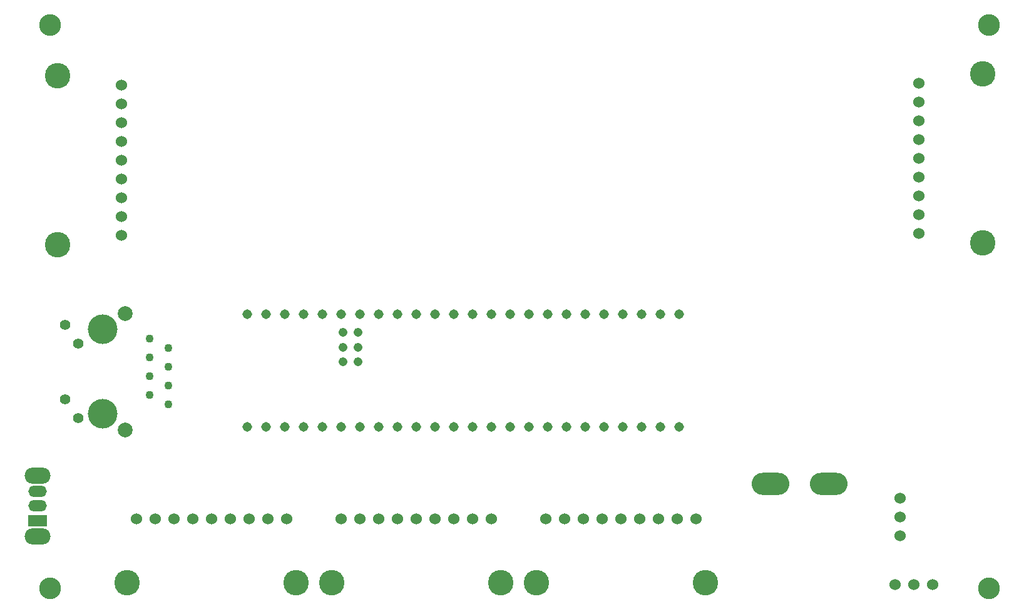
<source format=gbr>
%TF.GenerationSoftware,KiCad,Pcbnew,7.0.7*%
%TF.CreationDate,2023-11-02T10:21:24-05:00*%
%TF.ProjectId,CoreBoard_Rev1,436f7265-426f-4617-9264-5f526576312e,rev?*%
%TF.SameCoordinates,Original*%
%TF.FileFunction,Soldermask,Bot*%
%TF.FilePolarity,Negative*%
%FSLAX46Y46*%
G04 Gerber Fmt 4.6, Leading zero omitted, Abs format (unit mm)*
G04 Created by KiCad (PCBNEW 7.0.7) date 2023-11-02 10:21:24*
%MOMM*%
%LPD*%
G01*
G04 APERTURE LIST*
%ADD10C,3.450000*%
%ADD11C,1.524000*%
%ADD12O,3.500000X2.200000*%
%ADD13R,2.500000X1.500000*%
%ADD14O,2.500000X1.500000*%
%ADD15C,2.946400*%
%ADD16C,1.308000*%
%ADD17C,1.208000*%
%ADD18C,1.100000*%
%ADD19C,1.400000*%
%ADD20C,4.000000*%
%ADD21C,2.000000*%
%ADD22O,5.100000X3.000000*%
G04 APERTURE END LIST*
D10*
%TO.C,Conn2*%
X196977000Y-42926000D03*
X196977000Y-65786000D03*
D11*
X188341000Y-44196000D03*
X188341000Y-46736000D03*
X188341000Y-49276000D03*
X188341000Y-51816000D03*
X188341000Y-54356000D03*
X188341000Y-56896000D03*
X188341000Y-59436000D03*
X188341000Y-61976000D03*
X188341000Y-64516000D03*
%TD*%
%TO.C,U7*%
X185801000Y-105410000D03*
X185801000Y-102870000D03*
X185801000Y-100330000D03*
%TD*%
D12*
%TO.C,SW16*%
X69131500Y-105446000D03*
X69131500Y-97246000D03*
D13*
X69131500Y-103346000D03*
D14*
X69131500Y-101346000D03*
X69131500Y-99346000D03*
%TD*%
D10*
%TO.C,Conn5*%
X131826000Y-111760000D03*
X108966000Y-111760000D03*
D11*
X130556000Y-103124000D03*
X128016000Y-103124000D03*
X125476000Y-103124000D03*
X122936000Y-103124000D03*
X120396000Y-103124000D03*
X117856000Y-103124000D03*
X115316000Y-103124000D03*
X112776000Y-103124000D03*
X110236000Y-103124000D03*
%TD*%
D15*
%TO.C,REF\u002A\u002A*%
X197866000Y-112522000D03*
%TD*%
%TO.C,REF\u002A\u002A*%
X70866000Y-112522000D03*
%TD*%
D10*
%TO.C,Conn4*%
X104140000Y-111760000D03*
X81280000Y-111760000D03*
D11*
X102870000Y-103124000D03*
X100330000Y-103124000D03*
X97790000Y-103124000D03*
X95250000Y-103124000D03*
X92710000Y-103124000D03*
X90170000Y-103124000D03*
X87630000Y-103124000D03*
X85090000Y-103124000D03*
X82550000Y-103124000D03*
%TD*%
D15*
%TO.C,REF\u002A\u002A*%
X197866000Y-36322000D03*
%TD*%
D16*
%TO.C,U1*%
X100076000Y-90678000D03*
X102616000Y-90678000D03*
X105156000Y-90678000D03*
X107696000Y-90678000D03*
X133096000Y-90678000D03*
X102616000Y-75438000D03*
X110236000Y-90678000D03*
X112776000Y-90678000D03*
X115316000Y-90678000D03*
X117856000Y-90678000D03*
X120396000Y-90678000D03*
X122936000Y-90678000D03*
X125476000Y-90678000D03*
X128016000Y-90678000D03*
X130556000Y-90678000D03*
X130556000Y-75438000D03*
X128016000Y-75438000D03*
X125476000Y-75438000D03*
X122936000Y-75438000D03*
X120396000Y-75438000D03*
X117856000Y-75438000D03*
X115316000Y-75438000D03*
X112776000Y-75438000D03*
X110236000Y-75438000D03*
X107696000Y-75438000D03*
X105156000Y-75438000D03*
X135636000Y-90678000D03*
X138176000Y-90678000D03*
X140716000Y-90678000D03*
X143256000Y-90678000D03*
X145796000Y-90678000D03*
X148336000Y-90678000D03*
X150876000Y-90678000D03*
X153416000Y-90678000D03*
X155956000Y-90678000D03*
X155956000Y-75438000D03*
X153416000Y-75438000D03*
X150876000Y-75438000D03*
X148336000Y-75438000D03*
X145796000Y-75438000D03*
X143256000Y-75438000D03*
X140716000Y-75438000D03*
X138176000Y-75438000D03*
X135636000Y-75438000D03*
X97536000Y-90678000D03*
X133096000Y-75438000D03*
X100076000Y-75438000D03*
D17*
X112506000Y-79888000D03*
X110506000Y-79888000D03*
X110506000Y-77888000D03*
X112506000Y-77888000D03*
X112506000Y-81888000D03*
X110506000Y-81888000D03*
D16*
X97536000Y-75438000D03*
%TD*%
D11*
%TO.C,Conn7*%
X190246000Y-112014000D03*
X187706000Y-112014000D03*
X185166000Y-112014000D03*
%TD*%
D18*
%TO.C,J1*%
X84328000Y-78740000D03*
X86868000Y-80010000D03*
X84328000Y-81280000D03*
X86868000Y-82550000D03*
X84328000Y-83820000D03*
X86868000Y-85090000D03*
X84328000Y-86360000D03*
X86868000Y-87630000D03*
D19*
X72898000Y-76860000D03*
X74688000Y-79400000D03*
X72898000Y-86970000D03*
X74688000Y-89510000D03*
D20*
X77978000Y-77470000D03*
X77978000Y-88900000D03*
D21*
X81028000Y-75310000D03*
X81028000Y-91060000D03*
%TD*%
D22*
%TO.C,Conn1*%
X168275000Y-98362800D03*
X176149000Y-98362800D03*
%TD*%
D10*
%TO.C,Conn6*%
X159512000Y-111760000D03*
X136652000Y-111760000D03*
D11*
X158242000Y-103124000D03*
X155702000Y-103124000D03*
X153162000Y-103124000D03*
X150622000Y-103124000D03*
X148082000Y-103124000D03*
X145542000Y-103124000D03*
X143002000Y-103124000D03*
X140462000Y-103124000D03*
X137922000Y-103124000D03*
%TD*%
D15*
%TO.C,REF\u002A\u002A*%
X70866000Y-36322000D03*
%TD*%
D10*
%TO.C,Conn3*%
X71882000Y-66040000D03*
X71882000Y-43180000D03*
D11*
X80518000Y-64770000D03*
X80518000Y-62230000D03*
X80518000Y-59690000D03*
X80518000Y-57150000D03*
X80518000Y-54610000D03*
X80518000Y-52070000D03*
X80518000Y-49530000D03*
X80518000Y-46990000D03*
X80518000Y-44450000D03*
%TD*%
M02*

</source>
